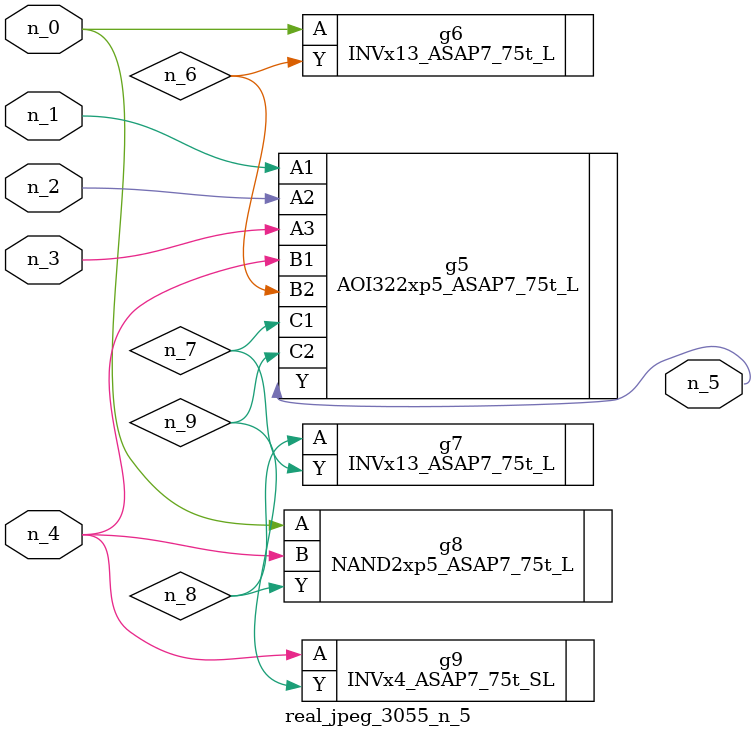
<source format=v>
module real_jpeg_3055_n_5 (n_4, n_0, n_1, n_2, n_3, n_5);

input n_4;
input n_0;
input n_1;
input n_2;
input n_3;

output n_5;

wire n_8;
wire n_6;
wire n_7;
wire n_9;

INVx13_ASAP7_75t_L g6 ( 
.A(n_0),
.Y(n_6)
);

NAND2xp5_ASAP7_75t_L g8 ( 
.A(n_0),
.B(n_4),
.Y(n_8)
);

AOI322xp5_ASAP7_75t_L g5 ( 
.A1(n_1),
.A2(n_2),
.A3(n_3),
.B1(n_4),
.B2(n_6),
.C1(n_7),
.C2(n_9),
.Y(n_5)
);

INVx4_ASAP7_75t_SL g9 ( 
.A(n_4),
.Y(n_9)
);

INVx13_ASAP7_75t_L g7 ( 
.A(n_8),
.Y(n_7)
);


endmodule
</source>
